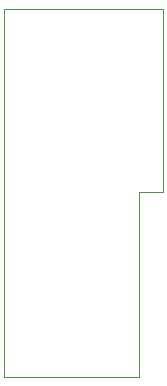
<source format=gbr>
G04 #@! TF.GenerationSoftware,KiCad,Pcbnew,(6.0.1-0)*
G04 #@! TF.CreationDate,2022-12-09T09:33:06-05:00*
G04 #@! TF.ProjectId,feederFloor,66656564-6572-4466-9c6f-6f722e6b6963,rev?*
G04 #@! TF.SameCoordinates,Original*
G04 #@! TF.FileFunction,Profile,NP*
%FSLAX46Y46*%
G04 Gerber Fmt 4.6, Leading zero omitted, Abs format (unit mm)*
G04 Created by KiCad (PCBNEW (6.0.1-0)) date 2022-12-09 09:33:06*
%MOMM*%
%LPD*%
G01*
G04 APERTURE LIST*
G04 #@! TA.AperFunction,Profile*
%ADD10C,0.050000*%
G04 #@! TD*
G04 APERTURE END LIST*
D10*
X32650114Y-40600000D02*
X32650000Y-56200000D01*
X34650114Y-25113687D02*
X34650114Y-40600000D01*
X29650114Y-25113687D02*
X21250114Y-25113687D01*
X32650114Y-40600000D02*
X34650114Y-40600000D01*
X29650114Y-25113687D02*
X34650114Y-25113687D01*
X21250000Y-56200000D02*
X21250114Y-25113687D01*
X32650000Y-56200000D02*
X21250000Y-56200000D01*
M02*

</source>
